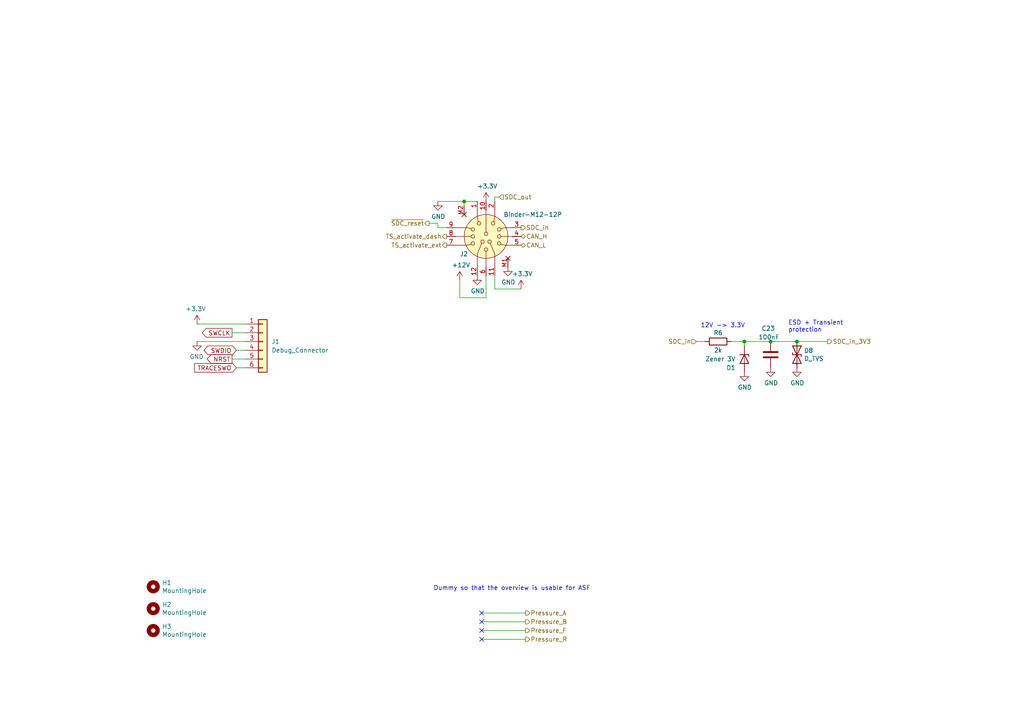
<source format=kicad_sch>
(kicad_sch (version 20211123) (generator eeschema)
  (paper "A4")
  (title_block (title "SDCL - Connections") (date "2021-12-16") (rev "v1.0") (company "FaSTTUBe - Formula Student Team TU Berlin") (comment 1 "Car 113") (comment 2 "EBS Electronics") (comment 3 "Electrical connections: Power, Programming, Buttons, CAN, SDC"))
  (lib_symbols
    (symbol "Connector_Generic:Conn_01x06" (pin_names (offset 1.016) hide)
      (property "Reference" "J" (at 0 7.62 0))
      (property "Value" "Conn_01x06" (at 0 -10.16 0))
      (symbol "Conn_01x06_1_1"
        (rectangle (start -1.27 -7.493) (end 0 -7.747) (stroke (width 0.1524)))
        (rectangle (start -1.27 -4.953) (end 0 -5.207) (stroke (width 0.1524)))
        (rectangle (start -1.27 -2.413) (end 0 -2.667) (stroke (width 0.1524)))
        (rectangle (start -1.27 0.127) (end 0 -0.127) (stroke (width 0.1524)))
        (rectangle (start -1.27 2.667) (end 0 2.413) (stroke (width 0.1524)))
        (rectangle (start -1.27 5.207) (end 0 4.953) (stroke (width 0.1524)))
        (rectangle (start -1.27 6.35) (end 1.27 -8.89) (stroke (width 0.254)) (fill (type background)))
        (pin passive line (at -5.08 5.08 0) (length 3.81) (name "Pin_1") (number "1"))
        (pin passive line (at -5.08 2.54 0) (length 3.81) (name "Pin_2") (number "2"))
        (pin passive line (at -5.08 0 0) (length 3.81) (name "Pin_3") (number "3"))
        (pin passive line (at -5.08 -2.54 0) (length 3.81) (name "Pin_4") (number "4"))
        (pin passive line (at -5.08 -5.08 0) (length 3.81) (name "Pin_5") (number "5"))
        (pin passive line (at -5.08 -7.62 0) (length 3.81) (name "Pin_6") (number "6"))
      )
    )
    (symbol "Custom:Binder-M12-12P" (pin_names (offset 1.016))
      (property "Reference" "J" (at -6.985 -5.715 0))
      (property "Value" "Binder-M12-12P" (at 4.572 6.858 0))
      (symbol "Binder-M12-12P_0_1"
        (circle (center -3.81 2.032) (radius 0.508))
        (circle (center -1.016 -1.524) (radius 0.508))
        (circle (center 0 -3.81) (radius 0.508))
        (polyline (pts (xy -8.89 -2.54) (xy -6.35 -2.54)))
        (polyline (pts (xy -8.89 2.54) (xy -6.35 2.54)))
        (polyline (pts (xy -2.54 -5.08) (xy -2.54 -8.89)))
        (polyline (pts (xy -2.54 6.35) (xy -2.54 7.62)))
        (polyline (pts (xy -1.2446 -1.9558) (xy -2.54 -5.08)))
        (polyline (pts (xy 0 -4.318) (xy 0 -8.89)))
        (polyline (pts (xy 0 2.54) (xy 0 1.27)))
        (polyline (pts (xy 0 2.54) (xy 0 7.62)))
        (polyline (pts (xy 1.2192 -1.9812) (xy 2.54 -5.08)))
        (polyline (pts (xy 2.54 -5.08) (xy 2.54 -8.89)))
        (polyline (pts (xy 2.54 6.35) (xy 2.54 7.62)))
        (polyline (pts (xy 6.35 -2.54) (xy 7.62 -2.54)))
        (polyline (pts (xy 6.35 2.54) (xy 7.62 2.54)))
        (polyline (pts (xy -6.35 2.54) (xy -5.588 2.54) (xy -4.318 2.286)))
        (polyline (pts (xy 6.35 2.54) (xy 5.588 2.54) (xy 4.318 2.286)))
        (circle (center 0 0) (radius 6.35) (fill (type background)))
        (circle (center 0 0.762) (radius 0.508))
        (circle (center 1.016 -1.524) (radius 0.508))
        (circle (center 3.81 2.032) (radius 0.508))
      )
      (symbol "Binder-M12-12P_1_1"
        (circle (center -3.81 -2.032) (radius 0.508))
        (circle (center -3.81 0) (radius 0.508))
        (circle (center -2.032 3.81) (radius 0.508))
        (polyline (pts (xy -4.318 0) (xy -8.89 0)))
        (polyline (pts (xy 4.318 0) (xy 8.89 0)))
        (polyline (pts (xy -6.35 -2.54) (xy -5.588 -2.54) (xy -4.318 -2.286)))
        (polyline (pts (xy -2.54 6.35) (xy -2.54 5.588) (xy -2.286 4.318)))
        (polyline (pts (xy 2.54 6.35) (xy 2.54 5.588) (xy 2.286 4.318)))
        (polyline (pts (xy 6.35 -2.54) (xy 5.588 -2.54) (xy 4.318 -2.286)))
        (circle (center 2.032 3.81) (radius 0.508))
        (circle (center 3.81 -2.032) (radius 0.508))
        (circle (center 3.81 0) (radius 0.508))
        (pin passive line (at -2.54 10.16 270) (length 2.54) (name "~") (number "1"))
        (pin passive line (at 0 10.16 270) (length 2.54) (name "~") (number "10"))
        (pin passive line (at 2.54 -11.43 90) (length 2.54) (name "~") (number "11"))
        (pin passive line (at -2.54 -11.43 90) (length 2.54) (name "~") (number "12"))
        (pin passive line (at 2.54 10.16 270) (length 2.54) (name "~") (number "2"))
        (pin passive line (at 10.16 2.54 180) (length 2.54) (name "~") (number "3"))
        (pin passive line (at 10.16 0 180) (length 2.54) (name "~") (number "4"))
        (pin passive line (at 10.16 -2.54 180) (length 2.54) (name "~") (number "5"))
        (pin passive line (at 0 -11.43 90) (length 2.54) (name "~") (number "6"))
        (pin passive line (at -11.43 -2.54 0) (length 2.54) (name "~") (number "7"))
        (pin passive line (at -11.43 0 0) (length 2.54) (name "~") (number "8"))
        (pin passive line (at -11.43 2.54 0) (length 2.54) (name "~") (number "9"))
        (pin passive non_logic (at 6.35 -8.89 90) (length 2.54) (name "~") (number "M1"))
        (pin passive non_logic (at -6.35 8.89 270) (length 2.54) (name "~") (number "M2"))
      )
    )
    (symbol "Device:C" (pin_numbers hide) (pin_names (offset 0.254))
      (property "Reference" "C" (at 0.635 2.54 0))
      (property "Value" "C" (at 0.635 -2.54 0))
      (symbol "C_0_1"
        (polyline (pts (xy -2.032 -0.762) (xy 2.032 -0.762)) (stroke (width 0.508)))
        (polyline (pts (xy -2.032 0.762) (xy 2.032 0.762)) (stroke (width 0.508)))
      )
      (symbol "C_1_1"
        (pin passive line (at 0 3.81 270) (length 2.794) (name "~") (number "1"))
        (pin passive line (at 0 -3.81 90) (length 2.794) (name "~") (number "2"))
      )
    )
    (symbol "Device:D_TVS" (pin_numbers hide) (pin_names (offset 1.016) hide)
      (property "Reference" "D" (at 0 2.54 0))
      (property "Value" "D_TVS" (at 0 -2.54 0))
      (symbol "D_TVS_0_1"
        (polyline (pts (xy 1.27 0) (xy -1.27 0)))
        (polyline (pts (xy 0.508 1.27) (xy 0 1.27) (xy 0 -1.27) (xy -0.508 -1.27)) (stroke (width 0.254)))
        (polyline (pts (xy -2.54 1.27) (xy -2.54 -1.27) (xy 2.54 1.27) (xy 2.54 -1.27) (xy -2.54 1.27)) (stroke (width 0.254)))
      )
      (symbol "D_TVS_1_1"
        (pin passive line (at -3.81 0 0) (length 2.54) (name "A1") (number "1"))
        (pin passive line (at 3.81 0 180) (length 2.54) (name "A2") (number "2"))
      )
    )
    (symbol "Device:D_Zener" (pin_numbers hide) (pin_names (offset 1.016) hide)
      (property "Reference" "D" (at 0 2.54 0))
      (property "Value" "D_Zener" (at 0 -2.54 0))
      (symbol "D_Zener_0_1"
        (polyline (pts (xy 1.27 0) (xy -1.27 0)))
        (polyline (pts (xy -1.27 -1.27) (xy -1.27 1.27) (xy -0.762 1.27)) (stroke (width 0.254)))
        (polyline (pts (xy 1.27 -1.27) (xy 1.27 1.27) (xy -1.27 0) (xy 1.27 -1.27)) (stroke (width 0.254)))
      )
      (symbol "D_Zener_1_1"
        (pin passive line (at -3.81 0 0) (length 2.54) (name "K") (number "1"))
        (pin passive line (at 3.81 0 180) (length 2.54) (name "A") (number "2"))
      )
    )
    (symbol "Device:R" (pin_numbers hide) (pin_names (offset 0))
      (property "Reference" "R" (at 2.032 0 90))
      (property "Value" "R" (at 0 0 90))
      (symbol "R_0_1"
        (rectangle (start -1.016 -2.54) (end 1.016 2.54) (stroke (width 0.254)))
      )
      (symbol "R_1_1"
        (pin passive line (at 0 3.81 270) (length 1.27) (name "~") (number "1"))
        (pin passive line (at 0 -3.81 90) (length 1.27) (name "~") (number "2"))
      )
    )
    (symbol "Mechanical:MountingHole" (pin_names (offset 1.016))
      (property "Reference" "H" (at 0 5.08 0))
      (property "Value" "MountingHole" (at 0 3.175 0))
      (symbol "MountingHole_0_1"
        (circle (center 0 0) (radius 1.27) (stroke (width 1.27)))
      )
    )
    (symbol "power:+12V" (power) (pin_names (offset 0))
      (property "Value" "+12V" (at 0 3.556 0))
      (symbol "+12V_0_1"
        (polyline (pts (xy -0.762 1.27) (xy 0 2.54)))
        (polyline (pts (xy 0 0) (xy 0 2.54)))
        (polyline (pts (xy 0 2.54) (xy 0.762 1.27)))
      )
      (symbol "+12V_1_1"
        (pin power_in line (at 0 0 90) (length 0) hide (name "+12V") (number "1"))
      )
    )
    (symbol "power:+3.3V" (power) (pin_names (offset 0))
      (property "Value" "+3.3V" (at 0 3.556 0))
      (symbol "+3.3V_0_1"
        (polyline (pts (xy -0.762 1.27) (xy 0 2.54)))
        (polyline (pts (xy 0 0) (xy 0 2.54)))
        (polyline (pts (xy 0 2.54) (xy 0.762 1.27)))
      )
      (symbol "+3.3V_1_1"
        (pin power_in line (at 0 0 90) (length 0) hide (name "+3.3V") (number "1"))
      )
    )
    (symbol "power:GND" (power) (pin_names (offset 0))
      (property "Value" "GND" (at 0 -3.81 0))
      (symbol "GND_0_1"
        (polyline (pts (xy 0 0) (xy 0 -1.27) (xy 1.27 -1.27) (xy 0 -2.54) (xy -1.27 -1.27) (xy 0 -1.27)))
      )
      (symbol "GND_1_1"
        (pin power_in line (at 0 0 270) (length 0) hide (name "GND") (number "1"))
      )
    )
  )
  (junction (at 134.62 58.42))
  (junction (at 215.9 99.06))
  (junction (at 231.14 99.06))
  (junction (at 223.52 99.06))
  (no_connect (at 139.7 185.42))
  (no_connect (at 139.7 180.34))
  (no_connect (at 139.7 177.8))
  (no_connect (at 139.7 182.88))
  (wire (pts (xy 68.58 101.6) (xy 71.12 101.6)))
  (wire (pts (xy 68.58 106.68) (xy 71.12 106.68)))
  (wire (pts (xy 215.9 99.06) (xy 223.52 99.06)))
  (wire (pts (xy 67.31 104.14) (xy 71.12 104.14)))
  (wire (pts (xy 134.62 58.42) (xy 138.43 58.42)))
  (wire (pts (xy 215.9 100.33) (xy 215.9 99.06)))
  (wire (pts (xy 143.51 83.82) (xy 151.13 83.82)))
  (wire (pts (xy 223.52 99.06) (xy 231.14 99.06)))
  (wire (pts (xy 57.15 93.98) (xy 71.12 93.98)))
  (wire (pts (xy 139.7 177.8) (xy 152.4 177.8)))
  (wire (pts (xy 127 66.04) (xy 129.54 66.04)))
  (wire (pts (xy 201.93 99.06) (xy 204.47 99.06)))
  (wire (pts (xy 143.51 57.15) (xy 144.78 57.15)))
  (wire (pts (xy 133.35 86.36) (xy 140.97 86.36)))
  (wire (pts (xy 57.15 99.06) (xy 71.12 99.06)))
  (wire (pts (xy 127 64.77) (xy 127 66.04)))
  (wire (pts (xy 143.51 58.42) (xy 143.51 57.15)))
  (wire (pts (xy 140.97 86.36) (xy 140.97 80.01)))
  (wire (pts (xy 124.46 64.77) (xy 127 64.77)))
  (wire (pts (xy 133.35 81.28) (xy 133.35 86.36)))
  (wire (pts (xy 139.7 185.42) (xy 152.4 185.42)))
  (wire (pts (xy 139.7 180.34) (xy 152.4 180.34)))
  (wire (pts (xy 67.31 96.52) (xy 71.12 96.52)))
  (wire (pts (xy 231.14 99.06) (xy 240.03 99.06)))
  (wire (pts (xy 212.09 99.06) (xy 215.9 99.06)))
  (wire (pts (xy 139.7 182.88) (xy 152.4 182.88)))
  (wire (pts (xy 143.51 80.01) (xy 143.51 83.82)))
  (wire (pts (xy 134.62 58.42) (xy 134.62 59.69)))
  (wire (pts (xy 127 58.42) (xy 134.62 58.42)))
  (text "Dummy so that the overview is usable for ASF" (at 125.73 171.45 0) (effects (font (size 1.27 1.27)) (justify left bottom)))
  (text "12V -> 3.3V" (at 203.2 95.25 0) (effects (font (size 1.27 1.27)) (justify left bottom)))
  (text "ESD + Transient\nprotection" (at 228.6 96.52 0) (effects (font (size 1.27 1.27)) (justify left bottom)))
  (global_label "TRACESWO" (shape input) (at 68.58 106.68 180) (property "Intersheet References" "${INTERSHEET_REFS}" (effects hide)))
  (global_label "NRST" (shape output) (at 67.31 104.14 180) (property "Intersheet References" "${INTERSHEET_REFS}" (effects hide)))
  (global_label "SWCLK" (shape output) (at 67.31 96.52 180) (property "Intersheet References" "${INTERSHEET_REFS}" (effects hide)))
  (global_label "SWDIO" (shape bidirectional) (at 68.58 101.6 180) (property "Intersheet References" "${INTERSHEET_REFS}" (effects hide)))
  (hierarchical_label "SDC_in_3V3" (shape output) (at 240.03 99.06 0))
  (hierarchical_label "Pressure_R" (shape output) (at 152.4 185.42 0))
  (hierarchical_label "SDC_out" (shape input) (at 144.78 57.15 0))
  (hierarchical_label "~{SDC_reset}" (shape output) (at 124.46 64.77 180))
  (hierarchical_label "TS_activate_dash" (shape output) (at 129.54 68.58 180))
  (hierarchical_label "Pressure_B" (shape output) (at 152.4 180.34 0))
  (hierarchical_label "SDC_in" (shape output) (at 151.13 66.04 0))
  (hierarchical_label "TS_activate_ext" (shape output) (at 129.54 71.12 180))
  (hierarchical_label "Pressure_F" (shape output) (at 152.4 182.88 0))
  (hierarchical_label "SDC_in" (shape input) (at 201.93 99.06 180))
  (hierarchical_label "CAN_H" (shape bidirectional) (at 151.13 68.58 0))
  (hierarchical_label "CAN_L" (shape bidirectional) (at 151.13 71.12 0))
  (hierarchical_label "Pressure_A" (shape output) (at 152.4 177.8 0))
  (symbol (lib_id "Device:R") (at 208.28 99.06 90) (mirror x) (unit 1)
    (property "Reference" "R6" (at 208.28 96.52 90))
    (property "Value" "2k" (at 208.28 101.6 90))
    (property "Footprint" "Resistor_SMD:R_0603_1608Metric_Pad1.05x0.95mm_HandSolder" (effects hide))
  )
  (symbol (lib_id "power:GND") (at 215.9 107.95 0) (unit 1)
    (property "Reference" "#PWR0101" (effects hide))
    (property "Value" "GND" (at 216.027 112.3442 0))
  )
  (symbol (lib_id "power:GND") (at 231.14 106.68 0) (unit 1)
    (property "Reference" "#PWR0102" (effects hide))
    (property "Value" "GND" (at 231.267 111.0742 0))
  )
  (symbol (lib_id "Device:C") (at 223.52 102.87 180) (unit 1)
    (property "Reference" "C23" (at 224.79 95.25 0) (effects (justify left)))
    (property "Value" "100nF" (at 226.06 97.79 0) (effects (justify left)))
    (property "Footprint" "Capacitor_SMD:C_0603_1608Metric_Pad1.05x0.95mm_HandSolder" (effects hide))
  )
  (symbol (lib_id "power:GND") (at 223.52 106.68 0) (unit 1)
    (property "Reference" "#PWR0104" (effects hide))
    (property "Value" "GND" (at 223.647 111.0742 0))
  )
  (symbol (lib_id "Device:D_TVS") (at 231.14 102.87 270) (unit 1)
    (property "Reference" "D8" (at 233.172 101.7016 90) (effects (justify left)))
    (property "Value" "D_TVS" (at 233.172 104.013 90) (effects (justify left)))
    (property "Footprint" "Diode_SMD:D_SOD-323_HandSoldering" (effects hide))
  )
  (symbol (lib_id "Mechanical:MountingHole") (at 44.45 170.18 0) (unit 1)
    (property "Reference" "H1" (at 46.99 169.0116 0) (effects (justify left)))
    (property "Value" "MountingHole" (at 46.99 171.323 0) (effects (justify left)))
    (property "Footprint" "MountingHole:MountingHole_3.2mm_M3" (effects hide))
  )
  (symbol (lib_id "Mechanical:MountingHole") (at 44.45 176.53 0) (unit 1)
    (property "Reference" "H2" (at 46.99 175.3616 0) (effects (justify left)))
    (property "Value" "MountingHole" (at 46.99 177.673 0) (effects (justify left)))
    (property "Footprint" "MountingHole:MountingHole_3.2mm_M3" (effects hide))
  )
  (symbol (lib_id "Mechanical:MountingHole") (at 44.45 182.88 0) (unit 1)
    (property "Reference" "H3" (at 46.99 181.7116 0) (effects (justify left)))
    (property "Value" "MountingHole" (at 46.99 184.023 0) (effects (justify left)))
    (property "Footprint" "MountingHole:MountingHole_3.2mm_M3" (effects hide))
  )
  (symbol (lib_id "power:+3.3V") (at 140.97 58.42 0) (unit 1)
    (property "Reference" "#PWR0105" (effects hide))
    (property "Value" "+3.3V" (at 141.351 54.0258 0))
  )
  (symbol (lib_id "power:+12V") (at 133.35 81.28 0) (unit 1)
    (property "Reference" "#PWR0106" (effects hide))
    (property "Value" "+12V" (at 133.731 76.8858 0))
  )
  (symbol (lib_id "power:+3.3V") (at 57.15 93.98 0) (mirror y) (unit 1)
    (property "Reference" "#PWR0141" (effects hide))
    (property "Value" "+3.3V" (at 56.769 89.5858 0))
  )
  (symbol (lib_id "power:GND") (at 57.15 99.06 0) (mirror y) (unit 1)
    (property "Reference" "#PWR0164" (effects hide))
    (property "Value" "GND" (at 57.023 103.4542 0))
  )
  (symbol (lib_id "power:GND") (at 138.43 80.01 0) (unit 1)
    (property "Reference" "#PWR0110" (effects hide))
    (property "Value" "GND" (at 138.557 84.4042 0))
  )
  (symbol (lib_id "power:GND") (at 147.32 77.47 0) (unit 1)
    (property "Reference" "#PWR0121" (effects hide))
    (property "Value" "GND" (at 147.447 81.8642 0))
  )
  (symbol (lib_id "Custom:Binder-M12-12P") (at 140.97 68.58 0) (unit 1)
    (property "Reference" "J2" (at 133.35 73.66 0) (effects (justify left)))
    (property "Value" "Binder-M12-12P" (at 146.05 62.23 0) (effects (justify left)))
    (property "Footprint" "Custom:Binder_M12-A_12P_Female_NoSilk" (effects hide))
    (property "Datasheet" "http://www.mouser.com/ds/2/18/40_c091_abd_e-75918.pdf" (effects hide))
  )
  (symbol (lib_id "power:GND") (at 127 58.42 0) (unit 1)
    (property "Reference" "#PWR0114" (effects hide))
    (property "Value" "GND" (at 127.127 62.8142 0))
  )
  (symbol (lib_id "power:+3.3V") (at 151.13 83.82 0) (unit 1)
    (property "Reference" "#PWR0165" (effects hide))
    (property "Value" "+3.3V" (at 151.511 79.4258 0))
  )
  (symbol (lib_id "Device:D_Zener") (at 215.9 104.14 270) (unit 1)
    (property "Reference" "D1" (at 213.36 106.68 90) (effects (justify right)))
    (property "Value" "Zener 3V" (at 213.36 104.14 90) (effects (justify right)))
    (property "Footprint" "Diode_SMD:D_SOD-323_HandSoldering" (effects hide))
  )
  (symbol (lib_id "Connector_Generic:Conn_01x06") (at 76.2 99.06 0) (unit 1)
    (property "Reference" "J1" (at 78.74 99.0599 0) (effects (justify left)))
    (property "Value" "Debug_Connector" (at 78.74 101.5999 0) (effects (justify left)))
  )
)
</source>
